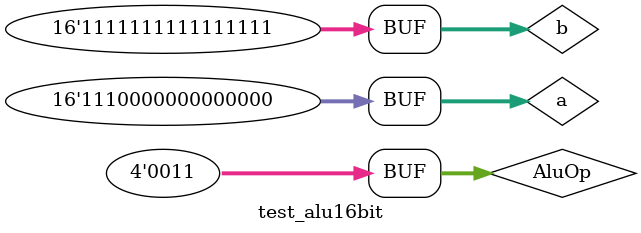
<source format=v>
module test_alu16bit; 
	

	wire [15:0]res;
	reg [3:0] AluOp;
	reg [15:0] a, b;
	wire zeroBit;

	alu_16_bit alu(res,zeroBit,a,b,AluOp);

	initial begin
		AluOp=3'b000;  //add, addi, lw, sw
		a=16'b0000_1111_0000_1111; 
		b=16'b0000_1111_0000_1111;
		#10;
		AluOp=3'b001; 
		a=16'b0000_1111_0000_1111; //and, andi
		b=16'b0000_1111_0000_1111;
		#10;
		AluOp=3'b010; 
		a = 16'b0000_1111_0000_1111; //or, ori
		b = 16'b0000_1111_0000_1111;
		#10;
		AluOp=3'b011; 
		a = 16'b0000_1111_0000_1111; //slt, slti
		b = 16'b0000_1111_0000_1111;
		#10;
		AluOp=3'b100; 
		a = 16'b0000_1111_0000_1111; //beq, sub
		b = 16'b0000_1111_0000_1111;
		#10;
		AluOp=3'b101; 
		a = 16'b0000_1111_0000_1111; //sll
		b = 16'b0000_1111_0000_1111;
		#10;
		AluOp=3'b110; 
		a = 16'b0000_1111_0000_1111; //srl
		b = 16'b0000_1111_0000_1111;
		#10;
		AluOp=3'b111; 
		a = 16'b0000_1111_0000_1111; //bne
		b = 16'b0000_1111_0000_1111;
		#10;
		AluOp = 3'b001;
		a = 16'b1111_0000_1111_0000; //and, andi
		b = 16'b0000_1111_0000_1111;
		#10;
		AluOp = 3'b010;
		a = 16'b1111_0000_1111_0000; //or, ori
		b = 16'b0000_1111_0000_1111;
		#10;
		AluOp= 3'b011;
		a = 16'b1110_0000_0000_0000; //slt, slti
		b = 16'b1111_1111_1111_1111;
		#10;
	end
 
	initial begin
			$monitor($time,", AluOp=%3b, input1 = %d, input2=%d, result=%d, zeroBit= %1b", AluOp, a, b, res,zeroBit);
	end
endmodule
</source>
